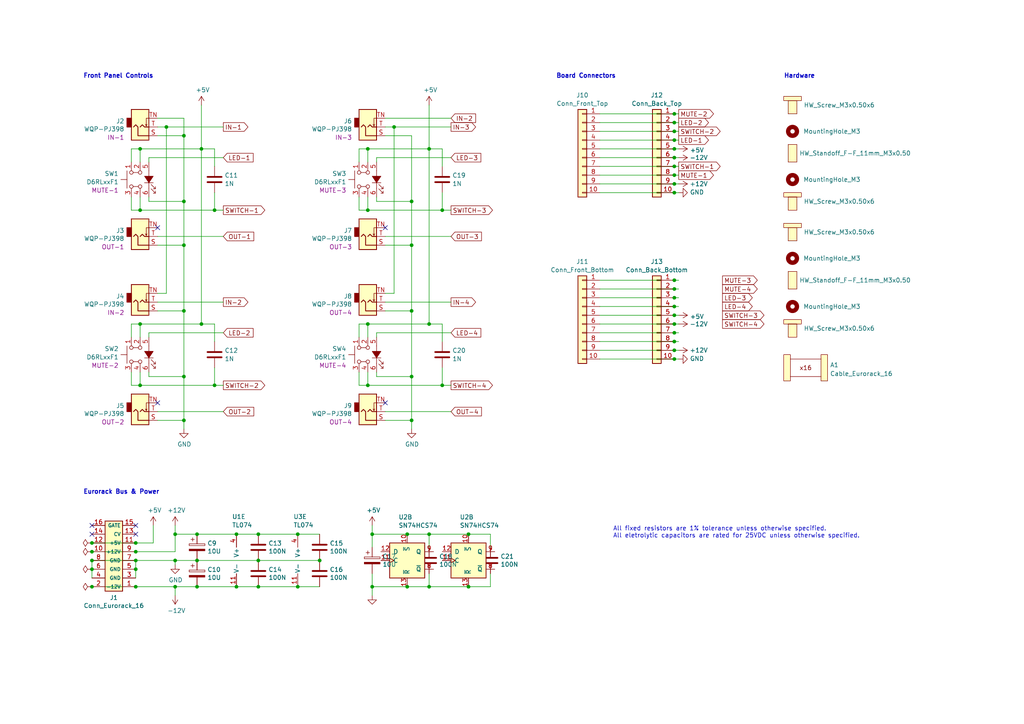
<source format=kicad_sch>
(kicad_sch (version 20230121) (generator eeschema)
  (paper "A4")
  (title_block (title "Switches - Front Panel & Power") (date "2023-10-12") (rev "1.0") (company "Len Popp") (comment 1 "Copyright © 2023 Len Popp CC BY") (comment 2 "Eurorack muting module module - 8HP"))
  (lib_symbols
    (symbol "-lmp-IC-misc:SN74HCS74" (pin_names (offset 1.016))
      (property "Reference" "U" (at -7.62 8.89 0))
      (property "Value" "SN74HCS74" (at -7.62 -8.89 0))
      (symbol "SN74HCS74_1_0"
        (pin input line (at 0 -7.62 90) (length 2.54) (name "~{R}") (number "1"))
        (pin input line (at -7.62 2.54 0) (length 2.54) (name "D") (number "2"))
        (pin input clock (at -7.62 0 0) (length 2.54) (name "C") (number "3"))
        (pin input line (at 0 7.62 270) (length 2.54) (name "~{S}") (number "4"))
        (pin output line (at 7.62 2.54 180) (length 2.54) (name "Q") (number "5"))
        (pin output line (at 7.62 -2.54 180) (length 2.54) (name "~{Q}") (number "6"))
      )
      (symbol "SN74HCS74_2_0"
        (pin input line (at 0 7.62 270) (length 2.54) (name "~{S}") (number "10"))
        (pin input clock (at -7.62 0 0) (length 2.54) (name "C") (number "11"))
        (pin input line (at -7.62 2.54 0) (length 2.54) (name "D") (number "12"))
        (pin input line (at 0 -7.62 90) (length 2.54) (name "~{R}") (number "13"))
        (pin output line (at 7.62 -2.54 180) (length 2.54) (name "~{Q}") (number "8"))
        (pin output line (at 7.62 2.54 180) (length 2.54) (name "Q") (number "9"))
      )
      (symbol "SN74HCS74_3_1"
        (pin power_in line (at 0 7.62 270) (length 2.54) (name "VDD") (number "14"))
        (pin power_in line (at 0 -7.62 90) (length 2.54) (name "VSS") (number "7"))
      )
    )
    (symbol "-lmp-holes:MountingHole_PCB_M3" (pin_names (offset 1.016)) (in_bom no)
      (property "Value" "MountingHole_PCB_M3" (at 0 3.175 0))
    )
    (symbol "-lmp-opamp:TL074" (pin_names (offset 0.127))
      (property "Reference" "U" (at 0 5.08 0))
      (property "Value" "TL074" (at 0 -5.08 0))
      (symbol "TL074_1_1"
        (pin output line (at 7.62 0 180) (length 2.54) (name "~") (number "1"))
        (pin input line (at -7.62 -2.54 0) (length 2.54) (name "-") (number "2"))
        (pin input line (at -7.62 2.54 0) (length 2.54) (name "+") (number "3"))
      )
      (symbol "TL074_2_1"
        (pin input line (at -7.62 2.54 0) (length 2.54) (name "+") (number "5"))
        (pin input line (at -7.62 -2.54 0) (length 2.54) (name "-") (number "6"))
        (pin output line (at 7.62 0 180) (length 2.54) (name "~") (number "7"))
      )
      (symbol "TL074_3_1"
        (pin input line (at -7.62 2.54 0) (length 2.54) (name "+") (number "10"))
        (pin output line (at 7.62 0 180) (length 2.54) (name "~") (number "8"))
        (pin input line (at -7.62 -2.54 0) (length 2.54) (name "-") (number "9"))
      )
      (symbol "TL074_4_1"
        (pin input line (at -7.62 2.54 0) (length 2.54) (name "+") (number "12"))
        (pin input line (at -7.62 -2.54 0) (length 2.54) (name "-") (number "13"))
        (pin output line (at 7.62 0 180) (length 2.54) (name "~") (number "14"))
      )
      (symbol "TL074_5_1"
        (pin power_in line (at -2.54 -7.62 90) (length 3.81) (name "V-") (number "11"))
        (pin power_in line (at -2.54 7.62 270) (length 3.81) (name "V+") (number "4"))
      )
    )
    (symbol "-lmp-power:+12V" (power) (pin_names (offset 0))
      (property "Value" "+12V" (at 0 3.556 0))
      (symbol "+12V_1_1"
        (pin power_in line (at 0 0 90) (length 0) hide (name "+12V") (number "1"))
      )
    )
    (symbol "-lmp-power:+5V" (power) (pin_names (offset 0))
      (property "Value" "+5V" (at 0 3.556 0))
      (symbol "+5V_1_1"
        (pin power_in line (at 0 0 90) (length 0) hide (name "+5V") (number "1"))
      )
    )
    (symbol "-lmp-power:-12V" (power) (pin_names (offset 0))
      (property "Value" "-12V" (at 0 -3.556 0))
      (symbol "-12V_1_1"
        (pin power_in line (at 0 0 270) (length 0) hide (name "-12V") (number "1"))
      )
    )
    (symbol "-lmp-power:GND" (power) (pin_names (offset 0))
      (property "Value" "GND" (at 0 -3.81 0))
      (symbol "GND_1_1"
        (pin power_in line (at 0 0 270) (length 0) hide (name "GND") (number "1"))
      )
    )
    (symbol "-lmp-power:PWR_FLAG" (power) (pin_numbers hide) (pin_names (offset 0) hide)
      (property "Value" "PWR_FLAG" (at 0 3.81 0))
      (symbol "PWR_FLAG_0_0"
        (pin power_out line (at 0 0 90) (length 0) (name "pwr") (number "1"))
      )
    )
    (symbol "-lmp-synth:CP_10U" (pin_numbers hide) (pin_names (offset 0.254))
      (property "Reference" "C" (at 0.635 2.54 0))
      (property "Value" "CP_10U" (at 0.635 -2.54 0))
      (symbol "CP_10U_1_1"
        (pin passive line (at 0 3.81 270) (length 2.794) (name "~") (number "1"))
        (pin passive line (at 0 -3.81 90) (length 2.794) (name "~") (number "2"))
      )
    )
    (symbol "-lmp-synth:Cable_Eurorack_16" (on_board no)
      (property "Reference" "A" (at 0 8.255 0))
      (property "Value" "Cable_Eurorack_16" (at 0 5.715 0))
      (symbol "Cable_Eurorack_16_0_0"
        (text "x16" (at 0 0 0) (effects (font (size 1.27 1.27))))
      )
    )
    (symbol "-lmp-synth:Conn_Eurorack_Pwr_16"
      (property "Reference" "J" (at 1.27 10.16 0))
      (property "Value" "Conn_Eurorack_Pwr_16" (at 1.27 -12.7 0))
      (symbol "Conn_Eurorack_Pwr_16_1_1"
        (pin power_in line (at 7.62 -10.16 180) (length 3.81) (name "-12V") (number "1"))
        (pin power_in line (at -5.08 0 0) (length 3.81) (name "~") (number "10"))
        (pin power_in line (at 7.62 2.54 180) (length 3.81) (name "+5V") (number "11"))
        (pin power_in line (at -5.08 2.54 0) (length 3.81) (name "~") (number "12"))
        (pin bidirectional line (at 7.62 5.08 180) (length 3.81) (name "CV") (number "13"))
        (pin bidirectional line (at -5.08 5.08 0) (length 3.81) (name "~") (number "14"))
        (pin bidirectional line (at 7.62 7.62 180) (length 3.81) (name "GATE") (number "15"))
        (pin bidirectional line (at -5.08 7.62 0) (length 3.81) (name "~") (number "16"))
        (pin power_in line (at -5.08 -10.16 0) (length 3.81) (name "~") (number "2"))
        (pin power_in line (at 7.62 -7.62 180) (length 3.81) (name "GND") (number "3"))
        (pin power_in line (at -5.08 -7.62 0) (length 3.81) (name "~") (number "4"))
        (pin power_in line (at 7.62 -5.08 180) (length 3.81) (name "GND") (number "5"))
        (pin power_in line (at -5.08 -5.08 0) (length 3.81) (name "~") (number "6"))
        (pin power_in line (at 7.62 -2.54 180) (length 3.81) (name "GND") (number "7"))
        (pin power_in line (at -5.08 -2.54 0) (length 3.81) (name "~") (number "8"))
        (pin power_in line (at 7.62 0 180) (length 3.81) (name "+12V") (number "9"))
      )
    )
    (symbol "-lmp-synth:HW_Screw_M3x0.50x6" (pin_names (offset 1.016)) (on_board no)
      (property "Value" "HW_Screw_M3x0.50x6" (at 0 -5.08 0))
    )
    (symbol "-lmp-synth:HW_Standoff_F-F_11mm_M3x0.50" (pin_names (offset 1.016)) (on_board no)
      (property "Value" "HW_Standoff_F-F_11mm_M3x0.50" (at 0 -3.81 0))
    )
    (symbol "-lmp-synth:Jack_WQP-PJ398"
      (property "Reference" "J" (at 0 10.033 0))
      (property "Value" "Jack_WQP-PJ398" (at 0 7.62 0))
      (property "Label" "[label]" (at 0 5.207 0))
      (symbol "Jack_WQP-PJ398_1_1"
        (pin passive line (at 5.08 2.54 180) (length 2.54) (name "~") (number "S"))
        (pin passive line (at 5.08 0 180) (length 2.54) (name "~") (number "T"))
        (pin passive line (at 5.08 -2.54 180) (length 2.54) (name "~") (number "TN"))
      )
    )
    (symbol "-lmp-synth:SW_Push_LED_C&K_D6R" (pin_names (offset 1.016) hide)
      (property "Reference" "SW" (at 0.635 5.715 0))
      (property "Value" "SW_Push_LED_C&K_D6R" (at -0.0508 -5.9182 0))
      (symbol "SW_Push_LED_C&K_D6R_0_1"
        (pin passive line (at -5.08 2.54 0) (length 2.54) (name "1") (number "1"))
        (pin passive line (at 5.08 2.54 180) (length 2.54) (name "3") (number "3"))
        (pin passive line (at -5.08 -2.54 0) (length 2.54) (name "A") (number "5"))
        (pin passive line (at 5.08 -2.54 180) (length 2.54) (name "K") (number "6"))
      )
      (symbol "SW_Push_LED_C&K_D6R_1_1"
        (pin passive line (at -5.08 0 0) (length 2.54) (name "2") (number "2"))
        (pin passive line (at 5.08 0 180) (length 2.54) (name "4") (number "4"))
      )
    )
    (symbol "-lmp:CC" (pin_numbers hide) (pin_names (offset 0.254))
      (property "Reference" "C" (at 0.635 2.54 0))
      (property "Value" "CC" (at 0.635 -2.54 0))
      (symbol "CC_1_1"
        (pin passive line (at 0 3.81 270) (length 2.794) (name "~") (number "1"))
        (pin passive line (at 0 -3.81 90) (length 2.794) (name "~") (number "2"))
      )
    )
    (symbol "-lmp:CC_100N" (pin_numbers hide) (pin_names (offset 0.254))
      (property "Reference" "C" (at 0.635 2.54 0))
      (property "Value" "CC_100N" (at 0.635 -2.54 0))
      (symbol "CC_100N_1_1"
        (pin passive line (at 0 3.81 270) (length 2.794) (name "~") (number "1"))
        (pin passive line (at 0 -3.81 90) (length 2.794) (name "~") (number "2"))
      )
    )
    (symbol "Connector_Generic:Conn_01x10" (pin_names (offset 1.016) hide)
      (property "Reference" "J" (at 0 12.7 0))
      (property "Value" "Conn_01x10" (at 0 -15.24 0))
      (symbol "Conn_01x10_1_1"
        (pin passive line (at -5.08 10.16 0) (length 3.81) (name "Pin_1") (number "1"))
        (pin passive line (at -5.08 -12.7 0) (length 3.81) (name "Pin_10") (number "10"))
        (pin passive line (at -5.08 7.62 0) (length 3.81) (name "Pin_2") (number "2"))
        (pin passive line (at -5.08 5.08 0) (length 3.81) (name "Pin_3") (number "3"))
        (pin passive line (at -5.08 2.54 0) (length 3.81) (name "Pin_4") (number "4"))
        (pin passive line (at -5.08 0 0) (length 3.81) (name "Pin_5") (number "5"))
        (pin passive line (at -5.08 -2.54 0) (length 3.81) (name "Pin_6") (number "6"))
        (pin passive line (at -5.08 -5.08 0) (length 3.81) (name "Pin_7") (number "7"))
        (pin passive line (at -5.08 -7.62 0) (length 3.81) (name "Pin_8") (number "8"))
        (pin passive line (at -5.08 -10.16 0) (length 3.81) (name "Pin_9") (number "9"))
      )
    )
    (symbol "GND_1" (power) (pin_numbers hide) (pin_names (offset 0) hide)
      (symbol "GND_1_1_1"
        (pin power_in line (at 0 0 270) (length 0) hide (name "GND") (number "1"))
      )
    )
    (symbol "HW_Standoff_F-F_11mm_M3x0.50_1" (pin_names (offset 1.016)) (on_board no)
      (property "Value" "HW_Standoff_F-F_11mm_M3x0.50_1" (at 0 -3.81 0))
    )
  )
  (junction (at 195.58 101.6))
  (junction (at 53.34 71.12))
  (junction (at 48.26 36.83))
  (junction (at 106.68 60.96))
  (junction (at 86.36 154.94))
  (junction (at 195.58 35.56))
  (junction (at 57.15 154.94))
  (junction (at 118.11 170.18))
  (junction (at 195.58 45.72))
  (junction (at 107.95 170.18))
  (junction (at 53.34 58.42))
  (junction (at 119.38 90.17))
  (junction (at 195.58 96.52))
  (junction (at 114.3 36.83))
  (junction (at 62.23 111.76))
  (junction (at 106.68 43.18))
  (junction (at 68.58 154.94))
  (junction (at 53.34 90.17))
  (junction (at 40.64 111.76))
  (junction (at 74.93 170.18))
  (junction (at 195.58 104.14))
  (junction (at 135.89 154.94))
  (junction (at 195.58 93.98))
  (junction (at 195.58 53.34))
  (junction (at 195.58 38.1))
  (junction (at 26.67 165.1))
  (junction (at 39.37 165.1))
  (junction (at 39.37 160.02))
  (junction (at 195.58 43.18))
  (junction (at 128.27 111.76))
  (junction (at 119.38 109.22))
  (junction (at 40.64 43.18))
  (junction (at 39.37 162.56))
  (junction (at 106.68 111.76))
  (junction (at 26.67 162.56))
  (junction (at 107.95 154.94))
  (junction (at 195.58 86.36))
  (junction (at 57.15 170.18))
  (junction (at 106.68 93.98))
  (junction (at 124.46 170.18))
  (junction (at 195.58 83.82))
  (junction (at 26.67 170.18))
  (junction (at 124.46 93.98))
  (junction (at 50.8 162.56))
  (junction (at 119.38 121.92))
  (junction (at 53.34 109.22))
  (junction (at 195.58 81.28))
  (junction (at 74.93 154.94))
  (junction (at 39.37 170.18))
  (junction (at 58.42 43.18))
  (junction (at 195.58 48.26))
  (junction (at 26.67 160.02))
  (junction (at 195.58 91.44))
  (junction (at 118.11 154.94))
  (junction (at 119.38 71.12))
  (junction (at 74.93 162.56))
  (junction (at 86.36 170.18))
  (junction (at 195.58 33.02))
  (junction (at 53.34 39.37))
  (junction (at 40.64 60.96))
  (junction (at 124.46 43.18))
  (junction (at 195.58 99.06))
  (junction (at 128.27 60.96))
  (junction (at 195.58 50.8))
  (junction (at 195.58 88.9))
  (junction (at 50.8 154.94))
  (junction (at 124.46 154.94))
  (junction (at 195.58 55.88))
  (junction (at 40.64 93.98))
  (junction (at 135.89 170.18))
  (junction (at 50.8 170.18))
  (junction (at 119.38 58.42))
  (junction (at 26.67 157.48))
  (junction (at 57.15 162.56))
  (junction (at 92.71 162.56))
  (junction (at 39.37 157.48))
  (junction (at 195.58 40.64))
  (junction (at 68.58 170.18))
  (junction (at 53.34 121.92))
  (junction (at 58.42 93.98))
  (junction (at 62.23 60.96))
  (no_connect (at 111.76 66.04))
  (no_connect (at 39.37 154.94))
  (no_connect (at 45.72 116.84))
  (no_connect (at 26.67 154.94))
  (no_connect (at 45.72 66.04))
  (no_connect (at 39.37 152.4))
  (no_connect (at 26.67 152.4))
  (no_connect (at 111.76 116.84))
  (wire (pts (xy 195.58 38.1) (xy 196.85 38.1)))
  (wire (pts (xy 53.34 39.37) (xy 53.34 58.42)))
  (wire (pts (xy 124.46 154.94) (xy 135.89 154.94)))
  (wire (pts (xy 50.8 170.18) (xy 57.15 170.18)))
  (wire (pts (xy 43.18 107.95) (xy 43.18 109.22)))
  (wire (pts (xy 195.58 99.06) (xy 196.85 99.06)))
  (wire (pts (xy 57.15 170.18) (xy 68.58 170.18)))
  (wire (pts (xy 53.34 124.46) (xy 53.34 121.92)))
  (wire (pts (xy 40.64 93.98) (xy 58.42 93.98)))
  (wire (pts (xy 128.27 111.76) (xy 130.81 111.76)))
  (wire (pts (xy 109.22 109.22) (xy 119.38 109.22)))
  (wire (pts (xy 104.14 111.76) (xy 106.68 111.76)))
  (wire (pts (xy 173.99 50.8) (xy 195.58 50.8)))
  (wire (pts (xy 40.64 111.76) (xy 62.23 111.76)))
  (wire (pts (xy 106.68 111.76) (xy 128.27 111.76)))
  (wire (pts (xy 119.38 124.46) (xy 119.38 121.92)))
  (wire (pts (xy 173.99 43.18) (xy 195.58 43.18)))
  (wire (pts (xy 173.99 40.64) (xy 195.58 40.64)))
  (wire (pts (xy 142.24 166.37) (xy 142.24 170.18)))
  (wire (pts (xy 50.8 162.56) (xy 50.8 163.83)))
  (wire (pts (xy 38.1 60.96) (xy 40.64 60.96)))
  (wire (pts (xy 142.24 154.94) (xy 142.24 158.75)))
  (wire (pts (xy 111.76 87.63) (xy 130.81 87.63)))
  (wire (pts (xy 111.76 34.29) (xy 130.81 34.29)))
  (wire (pts (xy 173.99 104.14) (xy 195.58 104.14)))
  (wire (pts (xy 118.11 154.94) (xy 124.46 154.94)))
  (wire (pts (xy 45.72 34.29) (xy 53.34 34.29)))
  (wire (pts (xy 50.8 162.56) (xy 39.37 162.56)))
  (wire (pts (xy 45.72 71.12) (xy 53.34 71.12)))
  (wire (pts (xy 173.99 53.34) (xy 195.58 53.34)))
  (wire (pts (xy 124.46 166.37) (xy 124.46 170.18)))
  (wire (pts (xy 109.22 45.72) (xy 109.22 46.99)))
  (wire (pts (xy 58.42 93.98) (xy 62.23 93.98)))
  (wire (pts (xy 39.37 167.64) (xy 39.37 165.1)))
  (wire (pts (xy 68.58 170.18) (xy 74.93 170.18)))
  (wire (pts (xy 38.1 43.18) (xy 40.64 43.18)))
  (wire (pts (xy 53.34 109.22) (xy 53.34 121.92)))
  (wire (pts (xy 109.22 57.15) (xy 109.22 58.42)))
  (wire (pts (xy 26.67 165.1) (xy 26.67 162.56)))
  (wire (pts (xy 195.58 35.56) (xy 196.85 35.56)))
  (wire (pts (xy 195.58 81.28) (xy 196.85 81.28)))
  (wire (pts (xy 104.14 60.96) (xy 104.14 57.15)))
  (wire (pts (xy 195.58 50.8) (xy 196.85 50.8)))
  (wire (pts (xy 173.99 88.9) (xy 195.58 88.9)))
  (wire (pts (xy 195.58 43.18) (xy 196.85 43.18)))
  (wire (pts (xy 173.99 83.82) (xy 195.58 83.82)))
  (wire (pts (xy 38.1 97.79) (xy 38.1 93.98)))
  (wire (pts (xy 124.46 93.98) (xy 128.27 93.98)))
  (wire (pts (xy 43.18 58.42) (xy 53.34 58.42)))
  (wire (pts (xy 57.15 162.56) (xy 74.93 162.56)))
  (wire (pts (xy 38.1 46.99) (xy 38.1 43.18)))
  (wire (pts (xy 114.3 85.09) (xy 114.3 36.83)))
  (wire (pts (xy 106.68 57.15) (xy 106.68 60.96)))
  (wire (pts (xy 173.99 91.44) (xy 195.58 91.44)))
  (wire (pts (xy 195.58 40.64) (xy 196.85 40.64)))
  (wire (pts (xy 45.72 68.58) (xy 64.77 68.58)))
  (wire (pts (xy 124.46 170.18) (xy 135.89 170.18)))
  (wire (pts (xy 128.27 60.96) (xy 130.81 60.96)))
  (wire (pts (xy 40.64 93.98) (xy 40.64 97.79)))
  (wire (pts (xy 38.1 111.76) (xy 40.64 111.76)))
  (wire (pts (xy 104.14 97.79) (xy 104.14 93.98)))
  (wire (pts (xy 45.72 119.38) (xy 64.77 119.38)))
  (wire (pts (xy 173.99 45.72) (xy 195.58 45.72)))
  (wire (pts (xy 195.58 91.44) (xy 196.85 91.44)))
  (wire (pts (xy 45.72 87.63) (xy 64.77 87.63)))
  (wire (pts (xy 106.68 60.96) (xy 128.27 60.96)))
  (wire (pts (xy 50.8 154.94) (xy 57.15 154.94)))
  (wire (pts (xy 111.76 39.37) (xy 119.38 39.37)))
  (wire (pts (xy 106.68 43.18) (xy 124.46 43.18)))
  (wire (pts (xy 173.99 35.56) (xy 195.58 35.56)))
  (wire (pts (xy 173.99 99.06) (xy 195.58 99.06)))
  (wire (pts (xy 114.3 36.83) (xy 130.81 36.83)))
  (wire (pts (xy 128.27 99.06) (xy 128.27 93.98)))
  (wire (pts (xy 124.46 158.75) (xy 124.46 154.94)))
  (wire (pts (xy 39.37 162.56) (xy 39.37 165.1)))
  (wire (pts (xy 173.99 93.98) (xy 195.58 93.98)))
  (wire (pts (xy 195.58 83.82) (xy 196.85 83.82)))
  (wire (pts (xy 107.95 152.4) (xy 107.95 154.94)))
  (wire (pts (xy 128.27 55.88) (xy 128.27 60.96)))
  (wire (pts (xy 111.76 119.38) (xy 130.81 119.38)))
  (wire (pts (xy 26.67 170.18) (xy 39.37 170.18)))
  (wire (pts (xy 195.58 93.98) (xy 196.85 93.98)))
  (wire (pts (xy 111.76 121.92) (xy 119.38 121.92)))
  (wire (pts (xy 173.99 86.36) (xy 195.58 86.36)))
  (wire (pts (xy 40.64 43.18) (xy 58.42 43.18)))
  (wire (pts (xy 173.99 48.26) (xy 195.58 48.26)))
  (wire (pts (xy 40.64 60.96) (xy 62.23 60.96)))
  (wire (pts (xy 53.34 58.42) (xy 53.34 71.12)))
  (wire (pts (xy 119.38 71.12) (xy 119.38 90.17)))
  (wire (pts (xy 119.38 39.37) (xy 119.38 58.42)))
  (wire (pts (xy 195.58 86.36) (xy 196.85 86.36)))
  (wire (pts (xy 62.23 99.06) (xy 62.23 93.98)))
  (wire (pts (xy 74.93 154.94) (xy 86.36 154.94)))
  (wire (pts (xy 45.72 85.09) (xy 48.26 85.09)))
  (wire (pts (xy 111.76 90.17) (xy 119.38 90.17)))
  (wire (pts (xy 62.23 60.96) (xy 64.77 60.96)))
  (wire (pts (xy 195.58 53.34) (xy 196.85 53.34)))
  (wire (pts (xy 119.38 90.17) (xy 119.38 109.22)))
  (wire (pts (xy 45.72 121.92) (xy 53.34 121.92)))
  (wire (pts (xy 45.72 39.37) (xy 53.34 39.37)))
  (wire (pts (xy 45.72 90.17) (xy 53.34 90.17)))
  (wire (pts (xy 53.34 71.12) (xy 53.34 90.17)))
  (wire (pts (xy 48.26 36.83) (xy 64.77 36.83)))
  (wire (pts (xy 111.76 71.12) (xy 119.38 71.12)))
  (wire (pts (xy 62.23 43.18) (xy 58.42 43.18)))
  (wire (pts (xy 58.42 93.98) (xy 58.42 43.18)))
  (wire (pts (xy 195.58 45.72) (xy 196.85 45.72)))
  (wire (pts (xy 45.72 36.83) (xy 48.26 36.83)))
  (wire (pts (xy 26.67 162.56) (xy 39.37 162.56)))
  (wire (pts (xy 135.89 170.18) (xy 142.24 170.18)))
  (wire (pts (xy 107.95 154.94) (xy 107.95 158.75)))
  (wire (pts (xy 86.36 170.18) (xy 92.71 170.18)))
  (wire (pts (xy 124.46 93.98) (xy 124.46 43.18)))
  (wire (pts (xy 64.77 45.72) (xy 43.18 45.72)))
  (wire (pts (xy 104.14 43.18) (xy 106.68 43.18)))
  (wire (pts (xy 106.68 107.95) (xy 106.68 111.76)))
  (wire (pts (xy 135.89 154.94) (xy 142.24 154.94)))
  (wire (pts (xy 74.93 162.56) (xy 92.71 162.56)))
  (wire (pts (xy 58.42 30.48) (xy 58.42 43.18)))
  (wire (pts (xy 173.99 38.1) (xy 195.58 38.1)))
  (wire (pts (xy 50.8 172.72) (xy 50.8 170.18)))
  (wire (pts (xy 195.58 33.02) (xy 196.85 33.02)))
  (wire (pts (xy 196.85 96.52) (xy 195.58 96.52)))
  (wire (pts (xy 40.64 107.95) (xy 40.64 111.76)))
  (wire (pts (xy 38.1 107.95) (xy 38.1 111.76)))
  (wire (pts (xy 38.1 57.15) (xy 38.1 60.96)))
  (wire (pts (xy 26.67 167.64) (xy 26.67 165.1)))
  (wire (pts (xy 173.99 101.6) (xy 195.58 101.6)))
  (wire (pts (xy 62.23 111.76) (xy 64.77 111.76)))
  (wire (pts (xy 173.99 81.28) (xy 195.58 81.28)))
  (wire (pts (xy 119.38 109.22) (xy 119.38 121.92)))
  (wire (pts (xy 195.58 104.14) (xy 196.85 104.14)))
  (wire (pts (xy 130.81 45.72) (xy 109.22 45.72)))
  (wire (pts (xy 107.95 154.94) (xy 118.11 154.94)))
  (wire (pts (xy 53.34 34.29) (xy 53.34 39.37)))
  (wire (pts (xy 53.34 90.17) (xy 53.34 109.22)))
  (wire (pts (xy 128.27 48.26) (xy 128.27 43.18)))
  (wire (pts (xy 195.58 101.6) (xy 196.85 101.6)))
  (wire (pts (xy 40.64 57.15) (xy 40.64 60.96)))
  (wire (pts (xy 109.22 58.42) (xy 119.38 58.42)))
  (wire (pts (xy 57.15 154.94) (xy 68.58 154.94)))
  (wire (pts (xy 195.58 55.88) (xy 196.85 55.88)))
  (wire (pts (xy 107.95 170.18) (xy 118.11 170.18)))
  (wire (pts (xy 106.68 43.18) (xy 106.68 46.99)))
  (wire (pts (xy 173.99 96.52) (xy 195.58 96.52)))
  (wire (pts (xy 64.77 96.52) (xy 43.18 96.52)))
  (wire (pts (xy 68.58 154.94) (xy 74.93 154.94)))
  (wire (pts (xy 39.37 160.02) (xy 26.67 160.02)))
  (wire (pts (xy 104.14 93.98) (xy 106.68 93.98)))
  (wire (pts (xy 43.18 45.72) (xy 43.18 46.99)))
  (wire (pts (xy 119.38 58.42) (xy 119.38 71.12)))
  (wire (pts (xy 106.68 93.98) (xy 106.68 97.79)))
  (wire (pts (xy 128.27 106.68) (xy 128.27 111.76)))
  (wire (pts (xy 62.23 55.88) (xy 62.23 60.96)))
  (wire (pts (xy 111.76 36.83) (xy 114.3 36.83)))
  (wire (pts (xy 107.95 170.18) (xy 107.95 172.72)))
  (wire (pts (xy 111.76 68.58) (xy 130.81 68.58)))
  (wire (pts (xy 195.58 88.9) (xy 196.85 88.9)))
  (wire (pts (xy 118.11 170.18) (xy 124.46 170.18)))
  (wire (pts (xy 74.93 170.18) (xy 86.36 170.18)))
  (wire (pts (xy 195.58 48.26) (xy 196.85 48.26)))
  (wire (pts (xy 44.45 157.48) (xy 39.37 157.48)))
  (wire (pts (xy 48.26 85.09) (xy 48.26 36.83)))
  (wire (pts (xy 104.14 60.96) (xy 106.68 60.96)))
  (wire (pts (xy 50.8 160.02) (xy 39.37 160.02)))
  (wire (pts (xy 106.68 93.98) (xy 124.46 93.98)))
  (wire (pts (xy 173.99 33.02) (xy 195.58 33.02)))
  (wire (pts (xy 44.45 152.4) (xy 44.45 157.48)))
  (wire (pts (xy 130.81 96.52) (xy 109.22 96.52)))
  (wire (pts (xy 111.76 85.09) (xy 114.3 85.09)))
  (wire (pts (xy 124.46 30.48) (xy 124.46 43.18)))
  (wire (pts (xy 104.14 107.95) (xy 104.14 111.76)))
  (wire (pts (xy 128.27 43.18) (xy 124.46 43.18)))
  (wire (pts (xy 43.18 109.22) (xy 53.34 109.22)))
  (wire (pts (xy 104.14 46.99) (xy 104.14 43.18)))
  (wire (pts (xy 38.1 93.98) (xy 40.64 93.98)))
  (wire (pts (xy 43.18 96.52) (xy 43.18 97.79)))
  (wire (pts (xy 107.95 166.37) (xy 107.95 170.18)))
  (wire (pts (xy 43.18 57.15) (xy 43.18 58.42)))
  (wire (pts (xy 50.8 154.94) (xy 50.8 160.02)))
  (wire (pts (xy 26.67 157.48) (xy 39.37 157.48)))
  (wire (pts (xy 62.23 48.26) (xy 62.23 43.18)))
  (wire (pts (xy 173.99 55.88) (xy 195.58 55.88)))
  (wire (pts (xy 62.23 106.68) (xy 62.23 111.76)))
  (wire (pts (xy 40.64 43.18) (xy 40.64 46.99)))
  (wire (pts (xy 109.22 107.95) (xy 109.22 109.22)))
  (wire (pts (xy 50.8 170.18) (xy 39.37 170.18)))
  (wire (pts (xy 109.22 96.52) (xy 109.22 97.79)))
  (wire (pts (xy 86.36 154.94) (xy 92.71 154.94)))
  (wire (pts (xy 50.8 154.94) (xy 50.8 152.4)))
  (wire (pts (xy 50.8 162.56) (xy 57.15 162.56)))
  (text "Hardware" (at 227.33 22.86 0) (effects (font (size 1.27 1.27) (thickness 0.254) bold) (justify left bottom)))
  (text "All fixed resistors are 1% tolerance unless otherwise specified.\nAll eletrolytic capacitors are rated for 25VDC unless otherwise specified." (at 177.8 156.21 0) (effects (font (size 1.27 1.27)) (justify left bottom)))
  (text "Front Panel Controls" (at 24.13 22.86 0) (effects (font (size 1.27 1.27) (thickness 0.254) bold) (justify left bottom)))
  (text "Board Connectors" (at 161.29 22.86 0) (effects (font (size 1.27 1.27) (thickness 0.254) bold) (justify left bottom)))
  (text "Eurorack Bus & Power" (at 24.13 143.51 0) (effects (font (size 1.27 1.27) (thickness 0.254) bold) (justify left bottom)))
  (global_label "OUT-2" (shape input) (at 64.77 119.38 0) (property "Intersheetrefs" "${INTERSHEET_REFS}" (effects hide)))
  (global_label "IN-1" (shape output) (at 64.77 36.83 0) (property "Intersheetrefs" "${INTERSHEET_REFS}" (effects hide)))
  (global_label "IN-2" (shape input) (at 130.81 34.29 0) (property "Intersheetrefs" "${INTERSHEET_REFS}" (effects hide)))
  (global_label "MUTE-4" (shape output) (at 209.55 83.82 0) (property "Intersheetrefs" "${INTERSHEET_REFS}" (effects hide)))
  (global_label "SWITCH-2" (shape output) (at 196.85 38.1 0) (property "Intersheetrefs" "${INTERSHEET_REFS}" (effects hide)))
  (global_label "OUT-4" (shape input) (at 130.81 119.38 0) (property "Intersheetrefs" "${INTERSHEET_REFS}" (effects hide)))
  (global_label "MUTE-3" (shape output) (at 209.55 81.28 0) (property "Intersheetrefs" "${INTERSHEET_REFS}" (effects hide)))
  (global_label "SWITCH-4" (shape output) (at 130.81 111.76 0) (property "Intersheetrefs" "${INTERSHEET_REFS}" (effects hide)))
  (global_label "LED-4" (shape output) (at 209.55 88.9 0) (property "Intersheetrefs" "${INTERSHEET_REFS}" (effects hide)))
  (global_label "LED-2" (shape output) (at 196.85 35.56 0) (property "Intersheetrefs" "${INTERSHEET_REFS}" (effects hide)))
  (global_label "LED-3" (shape output) (at 209.55 86.36 0) (property "Intersheetrefs" "${INTERSHEET_REFS}" (effects hide)))
  (global_label "MUTE-1" (shape output) (at 196.85 50.8 0) (property "Intersheetrefs" "${INTERSHEET_REFS}" (effects hide)))
  (global_label "LED-3" (shape input) (at 130.81 45.72 0) (property "Intersheetrefs" "${INTERSHEET_REFS}" (effects hide)))
  (global_label "LED-2" (shape input) (at 64.77 96.52 0) (property "Intersheetrefs" "${INTERSHEET_REFS}" (effects hide)))
  (global_label "IN-4" (shape output) (at 130.81 87.63 0) (property "Intersheetrefs" "${INTERSHEET_REFS}" (effects hide)))
  (global_label "IN-3" (shape output) (at 130.81 36.83 0) (property "Intersheetrefs" "${INTERSHEET_REFS}" (effects hide)))
  (global_label "IN-2" (shape output) (at 64.77 87.63 0) (property "Intersheetrefs" "${INTERSHEET_REFS}" (effects hide)))
  (global_label "SWITCH-4" (shape output) (at 209.55 93.98 0) (property "Intersheetrefs" "${INTERSHEET_REFS}" (effects hide)))
  (global_label "SWITCH-3" (shape output) (at 209.55 91.44 0) (property "Intersheetrefs" "${INTERSHEET_REFS}" (effects hide)))
  (global_label "LED-1" (shape input) (at 64.77 45.72 0) (property "Intersheetrefs" "${INTERSHEET_REFS}" (effects hide)))
  (global_label "MUTE-2" (shape output) (at 196.85 33.02 0) (property "Intersheetrefs" "${INTERSHEET_REFS}" (effects hide)))
  (global_label "SWITCH-2" (shape output) (at 64.77 111.76 0) (property "Intersheetrefs" "${INTERSHEET_REFS}" (effects hide)))
  (global_label "SWITCH-3" (shape output) (at 130.81 60.96 0) (property "Intersheetrefs" "${INTERSHEET_REFS}" (effects hide)))
  (global_label "SWITCH-1" (shape output) (at 64.77 60.96 0) (property "Intersheetrefs" "${INTERSHEET_REFS}" (effects hide)))
  (global_label "OUT-1" (shape input) (at 64.77 68.58 0) (property "Intersheetrefs" "${INTERSHEET_REFS}" (effects hide)))
  (global_label "LED-1" (shape output) (at 196.85 40.64 0) (property "Intersheetrefs" "${INTERSHEET_REFS}" (effects hide)))
  (global_label "SWITCH-1" (shape output) (at 196.85 48.26 0) (property "Intersheetrefs" "${INTERSHEET_REFS}" (effects hide)))
  (global_label "OUT-3" (shape input) (at 130.81 68.58 0) (property "Intersheetrefs" "${INTERSHEET_REFS}" (effects hide)))
  (global_label "LED-4" (shape input) (at 130.81 96.52 0) (property "Intersheetrefs" "${INTERSHEET_REFS}" (effects hide)))
  (symbol (lib_id "Connector_Generic:Conn_01x10") (at 168.91 43.18 0) (mirror y) (unit 1)
    (property "Reference" "J10" (at 168.91 27.6057 0))
    (property "Value" "Conn_Front_Top" (at 168.91 30.0299 0))
    (property "Footprint" "Connector_PinSocket_2.54mm:PinSocket_1x10_P2.54mm_Vertical" (effects hide))
    (property "Distributor" "Adafruit" (effects hide))
    (property "Distributor2" "Mouser" (effects hide))
    (property "DistributorPartLink" "https://www.adafruit.com/product/598" (effects hide))
    (property "DistributorPartLink2" "https://www.mouser.ca/ProductDetail/Wurth-Elektronik/61303211821?qs=ZtY9WdtwX55M%2FH%2FSrHZ9xA%3D%3D" (effects hide))
    (property "DistributorPartNum" "598" (effects hide))
    (property "DistributorPartNum2" "710-61303211821" (effects hide))
  )
  (symbol (lib_id "Connector_Generic:Conn_01x10") (at 190.5 43.18 0) (mirror y) (unit 1)
    (property "Reference" "J12" (at 190.5 27.6057 0))
    (property "Value" "Conn_Back_Top" (at 190.5 30.0299 0))
    (property "Footprint" "Connector_PinHeader_2.54mm:PinHeader_1x10_P2.54mm_Vertical" (effects hide))
    (property "Distributor" "Adafruit" (effects hide))
    (property "Distributor2" "Mouser" (effects hide))
    (property "DistributorPartLink" "https://www.adafruit.com/product/392" (effects hide))
    (property "DistributorPartLink2" "https://www.mouser.ca/ProductDetail/649-1012937893601BLF" (effects hide))
    (property "DistributorPartNum" "392" (effects hide))
    (property "DistributorPartNum2" "649-1012937893601BLF" (effects hide))
  )
  (symbol (lib_id "Connector_Generic:Conn_01x10") (at 168.91 91.44 0) (mirror y) (unit 1)
    (property "Reference" "J11" (at 168.91 75.8657 0))
    (property "Value" "Conn_Front_Bottom" (at 168.91 78.2899 0))
    (property "Footprint" "Connector_PinSocket_2.54mm:PinSocket_1x10_P2.54mm_Vertical" (effects hide))
    (property "Distributor" "Adafruit" (effects hide))
    (property "Distributor2" "Mouser" (effects hide))
    (property "DistributorPartLink" "https://www.adafruit.com/product/598" (effects hide))
    (property "DistributorPartLink2" "https://www.mouser.ca/ProductDetail/Wurth-Elektronik/61303211821?qs=ZtY9WdtwX55M%2FH%2FSrHZ9xA%3D%3D" (effects hide))
    (property "DistributorPartNum" "598" (effects hide))
    (property "DistributorPartNum2" "710-61303211821" (effects hide))
  )
  (symbol (lib_id "Connector_Generic:Conn_01x10") (at 190.5 91.44 0) (mirror y) (unit 1)
    (property "Reference" "J13" (at 190.5 75.8657 0))
    (property "Value" "Conn_Back_Bottom" (at 190.5 78.2899 0))
    (property "Footprint" "Connector_PinHeader_2.54mm:PinHeader_1x10_P2.54mm_Vertical" (effects hide))
    (property "Distributor" "Adafruit" (effects hide))
    (property "Distributor2" "Mouser" (effects hide))
    (property "DistributorPartLink" "https://www.adafruit.com/product/392" (effects hide))
    (property "DistributorPartLink2" "https://www.mouser.ca/ProductDetail/649-1012937893601BLF" (effects hide))
    (property "DistributorPartNum" "392" (effects hide))
    (property "DistributorPartNum2" "649-1012937893601BLF" (effects hide))
  )
  (symbol (lib_id "-lmp-synth:Conn_Eurorack_Pwr_16") (at 31.75 160.02 0) (unit 1)
    (property "Reference" "J1" (at 33.02 173.355 0))
    (property "Value" "Conn_Eurorack_16" (at 33.02 175.6664 0))
    (property "Footprint" "-lmp-synth:IDC-Header-Eurorack-16-TH" (effects hide))
    (property "Datasheet" "https://www.mouser.ca/datasheet/2/445/61201621621-1717735.pdf" (effects hide))
    (property "Manufacturer" "Wurth Elektronik" (effects hide))
    (property "ManufacturerPartNum" "61201621621" (effects hide))
    (property "Distributor" "Mouser" (effects hide))
    (property "DistributorPartNum" "710-61201621621" (effects hide))
    (property "DistributorPartLink" "https://www.mouser.ca/ProductDetail/Wurth-Elektronik/61201621621?qs=ZtY9WdtwX55qFf4n3EFuaA%3D%3D" (effects hide))
  )
  (symbol (lib_id "-lmp-power:PWR_FLAG") (at 26.67 160.02 90) (unit 1)
    (property "Reference" "#FLG02" (effects hide))
    (property "Value" "PWR_FLAG" (effects hide))
  )
  (symbol (lib_id "-lmp-power:PWR_FLAG") (at 26.67 165.1 90) (unit 1)
    (property "Reference" "#FLG03" (effects hide))
    (property "Value" "PWR_FLAG" (effects hide))
  )
  (symbol (lib_id "-lmp-power:PWR_FLAG") (at 26.67 170.18 90) (unit 1)
    (property "Reference" "#FLG04" (effects hide))
    (property "Value" "PWR_FLAG" (effects hide))
  )
  (symbol (lib_id "-lmp-synth:CP_10U") (at 57.15 158.75 0) (unit 1)
    (property "Reference" "C9" (at 60.1472 157.5816 0) (effects (justify left)))
    (property "Value" "10U" (at 60.1472 159.893 0) (effects (justify left)))
    (property "Footprint" "-lmp-misc:CP_Radial_D5.0mm_P2.50mm" (effects hide))
    (property "Datasheet" "https://www.mouser.ca/datasheet/2/315/ABA0000C1059-947582.pdf" (effects hide))
    (property "Manufacturer" "Panasonic" (effects hide))
    (property "ManufacturerPartNum" "ECE-A1VKS100I" (effects hide))
    (property "Distributor" "Mouser" (effects hide))
    (property "DistributorPartNum" "667-ECE-A1VKS100I" (effects hide))
    (property "DistributorPartLink" "https://www.mouser.ca/ProductDetail/667-ECE-A1VKS100I" (effects hide))
    (property "Value2" "35 VDC" (effects hide))
    (property "Note" "12 V decoupling" (effects hide))
    (property "Distributor2" "Thonk" (effects hide))
    (property "DistributorPartNum2" "Group_Eurorack_DIY_Essential" (effects hide))
    (property "DistributorPartLink2" "https://www.thonk.co.uk/shop/eurorack-diy-essentials/" (effects hide))
  )
  (symbol (lib_id "-lmp-synth:CP_10U") (at 57.15 166.37 0) (unit 1)
    (property "Reference" "C10" (at 60.1472 165.2016 0) (effects (justify left)))
    (property "Value" "10U" (at 60.1472 167.513 0) (effects (justify left)))
    (property "Footprint" "-lmp-misc:CP_Radial_D5.0mm_P2.50mm" (effects hide))
    (property "Datasheet" "https://www.mouser.ca/datasheet/2/315/ABA0000C1059-947582.pdf" (effects hide))
    (property "Manufacturer" "Panasonic" (effects hide))
    (property "ManufacturerPartNum" "ECE-A1VKS100I" (effects hide))
    (property "Distributor" "Mouser" (effects hide))
    (property "DistributorPartNum" "667-ECE-A1VKS100I" (effects hide))
    (property "DistributorPartLink" "https://www.mouser.ca/ProductDetail/667-ECE-A1VKS100I" (effects hide))
    (property "Value2" "35 VDC" (effects hide))
    (property "Note" "12 V decoupling" (effects hide))
    (property "Distributor2" "Thonk" (effects hide))
    (property "DistributorPartNum2" "Group_Eurorack_DIY_Essential" (effects hide))
    (property "DistributorPartLink2" "https://www.thonk.co.uk/shop/eurorack-diy-essentials/" (effects hide))
  )
  (symbol (lib_id "-lmp-power:GND") (at 50.8 163.83 0) (unit 1)
    (property "Reference" "#PWR043" (effects hide))
    (property "Value" "GND" (at 50.927 168.2242 0))
  )
  (symbol (lib_id "-lmp-power:+12V") (at 50.8 152.4 0) (unit 1)
    (property "Reference" "#PWR042" (effects hide))
    (property "Value" "+12V" (at 51.181 148.0058 0))
  )
  (symbol (lib_id "-lmp-power:-12V") (at 50.8 172.72 0) (unit 1)
    (property "Reference" "#PWR044" (effects hide))
    (property "Value" "-12V" (at 51.181 177.1142 0))
  )
  (symbol (lib_id "-lmp-power:+5V") (at 107.95 152.4 0) (unit 1)
    (property "Reference" "#PWR047" (effects hide))
    (property "Value" "+5V" (at 108.331 148.0058 0))
  )
  (symbol (lib_id "-lmp-synth:Jack_WQP-PJ398") (at 40.64 36.83 0) (mirror x) (unit 1)
    (property "Reference" "J2" (at 36.068 35.1282 0) (effects (justify right)))
    (property "Value" "WQP-PJ398" (at 36.068 37.4396 0) (effects (justify right)))
    (property "Footprint" "-lmp-synth:Jack_3.5mm_QingPu_WQP-PJ398SM_Vertical" (effects hide))
    (property "Datasheet" "http://www.qingpu-electronics.com/en/products/WQP-PJ398SM-362.html" (effects hide))
    (property "Label" "IN-1" (at 36.068 39.878 0) (effects (justify right)))
    (property "Manufacturer" "QingPu / Thonk" (effects hide))
    (property "ManufacturerPartNum" "PJ398SM / WQP518MA" (effects hide))
    (property "Distributor" "Thonk" (effects hide))
    (property "DistributorPartNum" "PJ398SM" (effects hide))
    (property "DistributorPartLink" "https://www.thonk.co.uk/shop/thonkiconn/" (effects hide))
    (property "Distributor2" "SynthCube" (effects hide))
    (property "Distributor3" "Adafruit" (effects hide))
    (property "DistributorPartLink2" "https://synthcube.com/cart/3-5mm-euro-jacks" (effects hide))
    (property "DistributorPartLink3" "https://www.adafruit.com/product/4031" (effects hide))
    (property "DistributorPartNum2" "WQP518MA" (effects hide))
    (property "DistributorPartNum3" "4031" (effects hide))
  )
  (symbol (lib_id "-lmp-synth:Jack_WQP-PJ398") (at 40.64 87.63 0) (mirror x) (unit 1)
    (property "Reference" "J4" (at 36.068 85.9282 0) (effects (justify right)))
    (property "Value" "WQP-PJ398" (at 36.068 88.2396 0) (effects (justify right)))
    (property "Footprint" "-lmp-synth:Jack_3.5mm_QingPu_WQP-PJ398SM_Vertical" (effects hide))
    (property "Datasheet" "http://www.qingpu-electronics.com/en/products/WQP-PJ398SM-362.html" (effects hide))
    (property "Label" "IN-2" (at 36.068 90.678 0) (effects (justify right)))
    (property "Manufacturer" "QingPu / Thonk" (effects hide))
    (property "ManufacturerPartNum" "PJ398SM / WQP518MA" (effects hide))
    (property "Distributor" "Thonk" (effects hide))
    (property "DistributorPartNum" "PJ398SM" (effects hide))
    (property "DistributorPartLink" "https://www.thonk.co.uk/shop/thonkiconn/" (effects hide))
    (property "Distributor2" "SynthCube" (effects hide))
    (property "Distributor3" "Adafruit" (effects hide))
    (property "DistributorPartLink2" "https://synthcube.com/cart/3-5mm-euro-jacks" (effects hide))
    (property "DistributorPartLink3" "https://www.adafruit.com/product/4031" (effects hide))
    (property "DistributorPartNum2" "WQP518MA" (effects hide))
    (property "DistributorPartNum3" "4031" (effects hide))
  )
  (symbol (lib_id "-lmp-synth:Jack_WQP-PJ398") (at 106.68 68.58 0) (mirror x) (unit 1)
    (property "Reference" "J7" (at 102.108 66.8782 0) (effects (justify right)))
    (property "Value" "WQP-PJ398" (at 102.108 69.1896 0) (effects (justify right)))
    (property "Footprint" "-lmp-synth:Jack_3.5mm_QingPu_WQP-PJ398SM_Vertical" (effects hide))
    (property "Datasheet" "http://www.qingpu-electronics.com/en/products/WQP-PJ398SM-362.html" (effects hide))
    (property "Label" "OUT-3" (at 102.108 71.628 0) (effects (justify right)))
    (property "Manufacturer" "QingPu / Thonk" (effects hide))
    (property "ManufacturerPartNum" "PJ398SM / WQP518MA" (effects hide))
    (property "Distributor" "Thonk" (effects hide))
    (property "DistributorPartNum" "PJ398SM" (effects hide))
    (property "DistributorPartLink" "https://www.thonk.co.uk/shop/thonkiconn/" (effects hide))
    (property "Distributor2" "SynthCube" (effects hide))
    (property "Distributor3" "Adafruit" (effects hide))
    (property "DistributorPartLink2" "https://synthcube.com/cart/3-5mm-euro-jacks" (effects hide))
    (property "DistributorPartLink3" "https://www.adafruit.com/product/4031" (effects hide))
    (property "DistributorPartNum2" "WQP518MA" (effects hide))
    (property "DistributorPartNum3" "4031" (effects hide))
  )
  (symbol (lib_id "-lmp-synth:Jack_WQP-PJ398") (at 106.68 119.38 0) (mirror x) (unit 1)
    (property "Reference" "J9" (at 102.108 117.6782 0) (effects (justify right)))
    (property "Value" "WQP-PJ398" (at 102.108 119.9896 0) (effects (justify right)))
    (property "Footprint" "-lmp-synth:Jack_3.5mm_QingPu_WQP-PJ398SM_Vertical" (effects hide))
    (property "Datasheet" "http://www.qingpu-electronics.com/en/products/WQP-PJ398SM-362.html" (effects hide))
    (property "Label" "OUT-4" (at 102.108 122.428 0) (effects (justify right)))
    (property "Manufacturer" "QingPu / Thonk" (effects hide))
    (property "ManufacturerPartNum" "PJ398SM / WQP518MA" (effects hide))
    (property "Distributor" "Thonk" (effects hide))
    (property "DistributorPartNum" "PJ398SM" (effects hide))
    (property "DistributorPartLink" "https://www.thonk.co.uk/shop/thonkiconn/" (effects hide))
    (property "Distributor2" "SynthCube" (effects hide))
    (property "Distributor3" "Adafruit" (effects hide))
    (property "DistributorPartLink2" "https://synthcube.com/cart/3-5mm-euro-jacks" (effects hide))
    (property "DistributorPartLink3" "https://www.adafruit.com/product/4031" (effects hide))
    (property "DistributorPartNum2" "WQP518MA" (effects hide))
    (property "DistributorPartNum3" "4031" (effects hide))
  )
  (symbol (lib_id "-lmp:CC_100N") (at 74.93 158.75 0) (unit 1)
    (property "Reference" "C13" (at 77.851 157.5816 0) (effects (justify left)))
    (property "Value" "100N" (at 77.851 159.893 0) (effects (justify left)))
    (property "Footprint" "-lmp-misc:C_Disc_D5.0mm_W2.5mm_P2.50mm" (effects hide))
    (property "Datasheet" "https://product.tdk.com/system/files/dam/doc/product/capacitor/ceramic/lead-mlcc/catalog/leadmlcc_halogenfree_fg_en.pdf" (effects hide))
    (property "Manufacturer" "TDK" (effects hide))
    (property "ManufacturerPartNum" "FG18X7R1H104KNT06" (effects hide))
    (property "Distributor" "Mouser" (effects hide))
    (property "DistributorPartNum" "810-FG18X7R1H104KNT6" (effects hide))
    (property "DistributorPartLink" "https://www.mouser.ca/ProductDetail/810-FG18X7R1H104KNT6" (effects hide))
    (property "Note" "IC decoupling" (effects hide))
  )
  (symbol (lib_id "-lmp:CC_100N") (at 74.93 166.37 0) (unit 1)
    (property "Reference" "C14" (at 77.851 165.2016 0) (effects (justify left)))
    (property "Value" "100N" (at 77.851 167.513 0) (effects (justify left)))
    (property "Footprint" "-lmp-misc:C_Disc_D5.0mm_W2.5mm_P2.50mm" (effects hide))
    (property "Datasheet" "https://product.tdk.com/system/files/dam/doc/product/capacitor/ceramic/lead-mlcc/catalog/leadmlcc_halogenfree_fg_en.pdf" (effects hide))
    (property "Manufacturer" "TDK" (effects hide))
    (property "ManufacturerPartNum" "FG18X7R1H104KNT06" (effects hide))
    (property "Distributor" "Mouser" (effects hide))
    (property "DistributorPartNum" "810-FG18X7R1H104KNT6" (effects hide))
    (property "DistributorPartLink" "https://www.mouser.ca/ProductDetail/810-FG18X7R1H104KNT6" (effects hide))
    (property "Note" "IC decoupling" (effects hide))
  )
  (symbol (lib_id "-lmp-power:+5V") (at 44.45 152.4 0) (unit 1)
    (property "Reference" "#PWR041" (effects hide))
    (property "Value" "+5V" (at 44.831 148.0058 0))
  )
  (symbol (lib_id "-lmp-power:PWR_FLAG") (at 26.67 157.48 90) (unit 1)
    (property "Reference" "#FLG01" (effects hide))
    (property "Value" "PWR_FLAG" (effects hide))
  )
  (symbol (lib_id "-lmp-synth:CP_10U") (at 107.95 162.56 0) (unit 1)
    (property "Reference" "C17" (at 110.9472 161.3916 0) (effects (justify left)))
    (property "Value" "10U" (at 110.9472 163.703 0) (effects (justify left)))
    (property "Footprint" "-lmp-misc:CP_Radial_D5.0mm_P2.50mm" (effects hide))
    (property "Datasheet" "https://www.mouser.ca/datasheet/2/315/ABA0000C1059-947582.pdf" (effects hide))
    (property "Manufacturer" "Panasonic" (effects hide))
    (property "ManufacturerPartNum" "ECE-A1VKS100I" (effects hide))
    (property "Distributor" "Mouser" (effects hide))
    (property "DistributorPartNum" "667-ECE-A1VKS100I" (effects hide))
    (property "DistributorPartLink" "https://www.mouser.ca/ProductDetail/667-ECE-A1VKS100I" (effects hide))
    (property "Value2" "35 VDC" (effects hide))
    (property "Note" "12 V decoupling" (effects hide))
    (property "Distributor2" "Thonk" (effects hide))
    (property "DistributorPartNum2" "Group_Eurorack_DIY_Essential" (effects hide))
    (property "DistributorPartLink2" "https://www.thonk.co.uk/shop/eurorack-diy-essentials/" (effects hide))
  )
  (symbol (lib_id "-lmp-holes:MountingHole_PCB_M3") (at 229.87 38.1 0) (unit 1) (in_bom no)
    (property "Reference" "H2" (effects hide))
    (property "Value" "MountingHole_M3" (at 241.3 38.1 0))
    (property "Footprint" "-lmp-holes:MountingHole_PCB_3.2mm_M3" (effects hide))
  )
  (symbol (lib_id "-lmp-holes:MountingHole_PCB_M3") (at 229.87 74.93 0) (unit 1) (in_bom no)
    (property "Reference" "H7" (effects hide))
    (property "Value" "MountingHole_M3" (at 241.3 74.93 0))
    (property "Footprint" "-lmp-holes:MountingHole_PCB_3.2mm_M3" (effects hide))
  )
  (symbol (lib_id "-lmp-holes:MountingHole_PCB_M3") (at 229.87 88.9 0) (unit 1) (in_bom no)
    (property "Reference" "H9" (effects hide))
    (property "Value" "MountingHole_M3" (at 241.3 88.9 0))
    (property "Footprint" "-lmp-holes:MountingHole_PCB_3.2mm_M3" (effects hide))
  )
  (symbol (lib_id "-lmp-holes:MountingHole_PCB_M3") (at 229.87 52.07 0) (unit 1) (in_bom no)
    (property "Reference" "H4" (effects hide))
    (property "Value" "MountingHole_M3" (at 241.3 52.07 0))
    (property "Footprint" "-lmp-holes:MountingHole_PCB_3.2mm_M3" (effects hide))
  )
  (symbol (lib_name "GND_1") (lib_id "-lmp-power:GND") (at 107.95 172.72 0) (unit 1)
    (property "Reference" "#PWR048" (effects hide))
    (property "Value" "GND" (effects hide))
  )
  (symbol (lib_id "-lmp-power:+5V") (at 196.85 43.18 270) (unit 1)
    (property "Reference" "#PWR051" (effects hide))
    (property "Value" "+5V" (at 200.1012 43.561 90) (effects (justify left)))
  )
  (symbol (lib_id "-lmp-power:GND") (at 196.85 104.14 90) (unit 1)
    (property "Reference" "#PWR052" (effects hide))
    (property "Value" "GND" (at 200.1012 104.013 90) (effects (justify right)))
  )
  (symbol (lib_id "-lmp-synth:Jack_WQP-PJ398") (at 40.64 68.58 0) (mirror x) (unit 1)
    (property "Reference" "J3" (at 36.068 66.8782 0) (effects (justify right)))
    (property "Value" "WQP-PJ398" (at 36.068 69.1896 0) (effects (justify right)))
    (property "Footprint" "-lmp-synth:Jack_3.5mm_QingPu_WQP-PJ398SM_Vertical" (effects hide))
    (property "Datasheet" "http://www.qingpu-electronics.com/en/products/WQP-PJ398SM-362.html" (effects hide))
    (property "Label" "OUT-1" (at 36.068 71.628 0) (effects (justify right)))
    (property "Manufacturer" "QingPu / Thonk" (effects hide))
    (property "ManufacturerPartNum" "PJ398SM / WQP518MA" (effects hide))
    (property "Distributor" "Thonk" (effects hide))
    (property "DistributorPartNum" "PJ398SM" (effects hide))
    (property "DistributorPartLink" "https://www.thonk.co.uk/shop/thonkiconn/" (effects hide))
    (property "Distributor2" "SynthCube" (effects hide))
    (property "Distributor3" "Adafruit" (effects hide))
    (property "DistributorPartLink2" "https://synthcube.com/cart/3-5mm-euro-jacks" (effects hide))
    (property "DistributorPartLink3" "https://www.adafruit.com/product/4031" (effects hide))
    (property "DistributorPartNum2" "WQP518MA" (effects hide))
    (property "DistributorPartNum3" "4031" (effects hide))
  )
  (symbol (lib_id "-lmp-synth:Jack_WQP-PJ398") (at 40.64 119.38 0) (mirror x) (unit 1)
    (property "Reference" "J5" (at 36.068 117.6782 0) (effects (justify right)))
    (property "Value" "WQP-PJ398" (at 36.068 119.9896 0) (effects (justify right)))
    (property "Footprint" "-lmp-synth:Jack_3.5mm_QingPu_WQP-PJ398SM_Vertical" (effects hide))
    (property "Datasheet" "http://www.qingpu-electronics.com/en/products/WQP-PJ398SM-362.html" (effects hide))
    (property "Label" "OUT-2" (at 36.068 122.428 0) (effects (justify right)))
    (property "Manufacturer" "QingPu / Thonk" (effects hide))
    (property "ManufacturerPartNum" "PJ398SM / WQP518MA" (effects hide))
    (property "Distributor" "Thonk" (effects hide))
    (property "DistributorPartNum" "PJ398SM" (effects hide))
    (property "DistributorPartLink" "https://www.thonk.co.uk/shop/thonkiconn/" (effects hide))
    (property "Distributor2" "SynthCube" (effects hide))
    (property "Distributor3" "Adafruit" (effects hide))
    (property "DistributorPartLink2" "https://synthcube.com/cart/3-5mm-euro-jacks" (effects hide))
    (property "DistributorPartLink3" "https://www.adafruit.com/product/4031" (effects hide))
    (property "DistributorPartNum2" "WQP518MA" (effects hide))
    (property "DistributorPartNum3" "4031" (effects hide))
  )
  (symbol (lib_name "HW_Standoff_F-F_11mm_M3x0.50_1") (lib_id "-lmp-synth:HW_Standoff_F-F_11mm_M3x0.50") (at 229.87 44.45 0) (unit 1) (on_board no)
    (property "Reference" "H3" (effects hide))
    (property "Value" "HW_Standoff_F-F_11mm_M3x0.50" (at 231.8512 44.45 0) (effects (justify left)))
    (property "Datasheet" "https://www.thonk.co.uk/wp-content/uploads/2018/05/standoff-datasheet.pdf" (effects hide))
    (property "Distributor" "Thonk" (effects hide))
    (property "DistributorPartNum" "Mech_11mm_Standoff_(x10)" (effects hide))
    (property "DistributorPartLink" "https://www.thonk.co.uk/shop/standoffs/" (effects hide))
    (property "Manufacturer" "Ettinger" (effects hide))
    (property "ManufacturerPartNum" "05.03.111" (effects hide))
    (property "Distributor2" "Mouser" (effects hide))
    (property "DistributorPartNum2" "710-970110321" (effects hide))
    (property "DistributorPartLink2" "https://www.mouser.ca/ProductDetail/Wurth-Elektronik/970110321?qs=wr8lucFkNMUs0IWSCWTB3w%3D%3D" (effects hide))
    (property "Distributor3" "Mouser" (effects hide))
    (property "DistributorPartNum3" "144-MTS-11" (effects hide))
    (property "DistributorPartLink3" "https://www.mouser.ca/ProductDetail/144-MTS-11" (effects hide))
  )
  (symbol (lib_id "-lmp-synth:Jack_WQP-PJ398") (at 106.68 36.83 0) (mirror x) (unit 1)
    (property "Reference" "J6" (at 102.108 35.1282 0) (effects (justify right)))
    (property "Value" "WQP-PJ398" (at 102.108 37.4396 0) (effects (justify right)))
    (property "Footprint" "-lmp-synth:Jack_3.5mm_QingPu_WQP-PJ398SM_Vertical" (effects hide))
    (property "Datasheet" "http://www.qingpu-electronics.com/en/products/WQP-PJ398SM-362.html" (effects hide))
    (property "Label" "IN-3" (at 102.108 39.878 0) (effects (justify right)))
    (property "Manufacturer" "QingPu / Thonk" (effects hide))
    (property "ManufacturerPartNum" "PJ398SM / WQP518MA" (effects hide))
    (property "Distributor" "Thonk" (effects hide))
    (property "DistributorPartNum" "PJ398SM" (effects hide))
    (property "DistributorPartLink" "https://www.thonk.co.uk/shop/thonkiconn/" (effects hide))
    (property "Distributor2" "SynthCube" (effects hide))
    (property "Distributor3" "Adafruit" (effects hide))
    (property "DistributorPartLink2" "https://synthcube.com/cart/3-5mm-euro-jacks" (effects hide))
    (property "DistributorPartLink3" "https://www.adafruit.com/product/4031" (effects hide))
    (property "DistributorPartNum2" "WQP518MA" (effects hide))
    (property "DistributorPartNum3" "4031" (effects hide))
  )
  (symbol (lib_id "-lmp-synth:Jack_WQP-PJ398") (at 106.68 87.63 0) (mirror x) (unit 1)
    (property "Reference" "J8" (at 102.108 85.9282 0) (effects (justify right)))
    (property "Value" "WQP-PJ398" (at 102.108 88.2396 0) (effects (justify right)))
    (property "Footprint" "-lmp-synth:Jack_3.5mm_QingPu_WQP-PJ398SM_Vertical" (effects hide))
    (property "Datasheet" "http://www.qingpu-electronics.com/en/products/WQP-PJ398SM-362.html" (effects hide))
    (property "Label" "OUT-4" (at 102.108 90.678 0) (effects (justify right)))
    (property "Manufacturer" "QingPu / Thonk" (effects hide))
    (property "ManufacturerPartNum" "PJ398SM / WQP518MA" (effects hide))
    (property "Distributor" "Thonk" (effects hide))
    (property "DistributorPartNum" "PJ398SM" (effects hide))
    (property "DistributorPartLink" "https://www.thonk.co.uk/shop/thonkiconn/" (effects hide))
    (property "Distributor2" "SynthCube" (effects hide))
    (property "Distributor3" "Adafruit" (effects hide))
    (property "DistributorPartLink2" "https://synthcube.com/cart/3-5mm-euro-jacks" (effects hide))
    (property "DistributorPartLink3" "https://www.adafruit.com/product/4031" (effects hide))
    (property "DistributorPartNum2" "WQP518MA" (effects hide))
    (property "DistributorPartNum3" "4031" (effects hide))
  )
  (symbol (lib_id "-lmp-synth:HW_Screw_M3x0.50x6") (at 229.87 30.48 0) (unit 1) (on_board no)
    (property "Reference" "H1" (effects hide))
    (property "Value" "HW_Screw_M3x0.50x6" (at 233.1212 30.48 0) (effects (justify left)))
  )
  (symbol (lib_id "-lmp-synth:HW_Screw_M3x0.50x6") (at 229.87 67.31 0) (unit 1) (on_board no)
    (property "Reference" "H6" (effects hide))
    (property "Value" "HW_Screw_M3x0.50x6" (at 233.1212 67.31 0) (effects (justify left)))
  )
  (symbol (lib_id "-lmp-synth:HW_Screw_M3x0.50x6") (at 229.87 95.25 0) (unit 1) (on_board no)
    (property "Reference" "H10" (effects hide))
    (property "Value" "HW_Screw_M3x0.50x6" (at 233.1212 95.25 0) (effects (justify left)))
  )
  (symbol (lib_id "-lmp-synth:HW_Screw_M3x0.50x6") (at 229.87 58.42 0) (unit 1) (on_board no)
    (property "Reference" "H5" (effects hide))
    (property "Value" "HW_Screw_M3x0.50x6" (at 233.1212 58.42 0) (effects (justify left)))
  )
  (symbol (lib_id "-lmp-power:+5V") (at 58.42 30.48 0) (unit 1)
    (property "Reference" "#PWR046" (effects hide))
    (property "Value" "+5V" (at 58.801 26.0858 0))
  )
  (symbol (lib_id "-lmp-power:GND") (at 53.34 124.46 0) (unit 1)
    (property "Reference" "#PWR045" (effects hide))
    (property "Value" "GND" (at 53.467 128.8542 0))
  )
  (symbol (lib_id "-lmp-opamp:TL074") (at 71.12 162.56 0) (unit 5)
    (property "Reference" "U1" (at 67.31 149.86 0) (effects (justify left)))
    (property "Value" "TL074" (at 67.31 152.2842 0) (effects (justify left)))
    (property "Footprint" "Package_DIP:DIP-14_W7.62mm" (effects hide))
    (property "Datasheet" "http://www.ti.com/lit/ds/symlink/tl071.pdf" (effects hide))
    (property "Manufacturer" "Texas Instruments" (effects hide))
    (property "ManufacturerPartNum" "TL074BCN" (effects hide))
    (property "Distributor" "Mouser" (effects hide))
    (property "DistributorPartNum" "595-TL074BCN" (effects hide))
    (property "DistributorPartLink" "https://www.mouser.ca/ProductDetail/?qs=vxEfx8VrU7BHurOY5iQdiA%3D%3D" (effects hide))
  )
  (symbol (lib_id "-lmp-opamp:TL074") (at 88.9 162.56 0) (unit 5)
    (property "Reference" "U3" (at 85.09 149.86 0) (effects (justify left)))
    (property "Value" "TL074" (at 85.09 152.2842 0) (effects (justify left)))
    (property "Footprint" "Package_DIP:DIP-14_W7.62mm" (effects hide))
    (property "Datasheet" "http://www.ti.com/lit/ds/symlink/tl071.pdf" (effects hide))
    (property "Manufacturer" "Texas Instruments" (effects hide))
    (property "ManufacturerPartNum" "TL074BCN" (effects hide))
    (property "Distributor" "Mouser" (effects hide))
    (property "DistributorPartNum" "595-TL074BCN" (effects hide))
    (property "DistributorPartLink" "https://www.mouser.ca/ProductDetail/?qs=vxEfx8VrU7BHurOY5iQdiA%3D%3D" (effects hide))
  )
  (symbol (lib_id "-lmp-synth:HW_Standoff_F-F_11mm_M3x0.50") (at 229.87 81.28 0) (unit 1) (on_board no)
    (property "Reference" "H8" (effects hide))
    (property "Value" "HW_Standoff_F-F_11mm_M3x0.50" (at 231.8512 81.28 0) (effects (justify left)))
    (property "Datasheet" "https://www.thonk.co.uk/wp-content/uploads/2018/05/standoff-datasheet.pdf" (effects hide))
    (property "Distributor" "Thonk" (effects hide))
    (property "DistributorPartNum" "Mech_11mm_Standoff_(x10)" (effects hide))
    (property "DistributorPartLink" "https://www.thonk.co.uk/shop/standoffs/" (effects hide))
    (property "Manufacturer" "Ettinger" (effects hide))
    (property "ManufacturerPartNum" "05.03.111" (effects hide))
    (property "Distributor2" "Mouser" (effects hide))
    (property "DistributorPartNum2" "710-970110321" (effects hide))
    (property "DistributorPartLink2" "https://www.mouser.ca/ProductDetail/Wurth-Elektronik/970110321?qs=wr8lucFkNMUs0IWSCWTB3w%3D%3D" (effects hide))
    (property "Distributor3" "Mouser" (effects hide))
    (property "DistributorPartNum3" "144-MTS-11" (effects hide))
    (property "DistributorPartLink3" "https://www.mouser.ca/ProductDetail/144-MTS-11" (effects hide))
  )
  (symbol (lib_id "-lmp-synth:SW_Push_LED_C&K_D6R") (at 106.68 102.87 90) (mirror x) (unit 1)
    (property "Reference" "SW4" (at 100.4571 101.157 90) (effects (justify left)))
    (property "Value" "D6RLxxF1" (at 100.4571 103.5812 90) (effects (justify left)))
    (property "Footprint" "-lmp-synth:SW_Push_LED_C&K_D6R" (effects hide))
    (property "Datasheet" "https://www.mouser.ca/datasheet/2/60/d6-1382571.pdf" (effects hide))
    (property "Manufacturer" "C&K" (effects hide))
    (property "ManufacturerPartNum" "D6RLBUF1 LFS" (effects hide))
    (property "Distributor" "Mouser" (effects hide))
    (property "DistributorPartNum" "611-D6RLBUF1LFS" (effects hide))
    (property "DistributorPartLink" "https://www.mouser.co.uk/ProductDetail/CK/D6RLBUF1-LFS?qs=zW32dvEIR3uFcmnP%2FjXwsQ%3D%3D" (effects hide))
    (property "Label" "MUTE-4" (at 100.4571 106.0054 90) (effects (justify left)))
  )
  (symbol (lib_id "-lmp-power:GND") (at 119.38 124.46 0) (unit 1)
    (property "Reference" "#PWR049" (effects hide))
    (property "Value" "GND" (at 119.507 128.8542 0))
  )
  (symbol (lib_id "-lmp-synth:SW_Push_LED_C&K_D6R") (at 106.68 52.07 90) (mirror x) (unit 1)
    (property "Reference" "SW3" (at 100.4571 50.357 90) (effects (justify left)))
    (property "Value" "D6RLxxF1" (at 100.4571 52.7812 90) (effects (justify left)))
    (property "Footprint" "-lmp-synth:SW_Push_LED_C&K_D6R" (effects hide))
    (property "Datasheet" "https://www.mouser.ca/datasheet/2/60/d6-1382571.pdf" (effects hide))
    (property "Manufacturer" "C&K" (effects hide))
    (property "ManufacturerPartNum" "D6RLBUF1 LFS" (effects hide))
    (property "Distributor" "Mouser" (effects hide))
    (property "DistributorPartNum" "611-D6RLBUF1LFS" (effects hide))
    (property "DistributorPartLink" "https://www.mouser.co.uk/ProductDetail/CK/D6RLBUF1-LFS?qs=zW32dvEIR3uFcmnP%2FjXwsQ%3D%3D" (effects hide))
    (property "Label" "MUTE-3" (at 100.4571 55.2054 90) (effects (justify left)))
  )
  (symbol (lib_id "-lmp:CC") (at 128.27 102.87 0) (unit 1)
    (property "Reference" "C20" (at 131.191 101.6579 0) (effects (justify left)))
    (property "Value" "1N" (at 131.191 104.0821 0) (effects (justify left)))
    (property "Footprint" "-lmp-misc:C_Disc_D5.0mm_W2.5mm_P2.50mm" (effects hide))
  )
  (symbol (lib_id "-lmp-power:+5V") (at 196.85 91.44 270) (unit 1)
    (property "Reference" "#PWR057" (effects hide))
    (property "Value" "+5V" (at 200.1012 91.821 90) (effects (justify left)))
  )
  (symbol (lib_id "-lmp-synth:SW_Push_LED_C&K_D6R") (at 40.64 52.07 90) (mirror x) (unit 1)
    (property "Reference" "SW1" (at 34.4171 50.357 90) (effects (justify left)))
    (property "Value" "D6RLxxF1" (at 34.4171 52.7812 90) (effects (justify left)))
    (property "Footprint" "-lmp-synth:SW_Push_LED_C&K_D6R" (effects hide))
    (property "Datasheet" "https://www.mouser.ca/datasheet/2/60/d6-1382571.pdf" (effects hide))
    (property "Manufacturer" "C&K" (effects hide))
    (property "ManufacturerPartNum" "D6RLBUF1 LFS" (effects hide))
    (property "Distributor" "Mouser" (effects hide))
    (property "DistributorPartNum" "611-D6RLBUF1LFS" (effects hide))
    (property "DistributorPartLink" "https://www.mouser.co.uk/ProductDetail/CK/D6RLBUF1-LFS?qs=zW32dvEIR3uFcmnP%2FjXwsQ%3D%3D" (effects hide))
    (property "Label" "MUTE-1" (at 34.4171 55.2054 90) (effects (justify left)))
  )
  (symbol (lib_id "-lmp-synth:Cable_Eurorack_16") (at 233.68 106.68 0) (unit 1) (on_board no)
    (property "Reference" "A1" (at 240.7412 105.8453 0) (effects (justify left)))
    (property "Value" "Cable_Eurorack_16" (at 240.7412 108.3822 0) (effects (justify left)))
    (property "Footprint" "-lmp-misc:NoFootprint" (effects hide))
    (property "Note" "Length as required" (effects hide))
    (property "Distributor" "Thonk" (effects hide))
    (property "DistributorPartLink" "https://www.thonk.co.uk/shop/eurorack-power-cables/" (effects hide))
    (property "Distributor2" "SynthCube" (effects hide))
    (property "DistributorPartLink2" "https://synthcube.com/cart/eurorack-ribbon-power-cables" (effects hide))
    (property "Distributor3" "Modular Addict" (effects hide))
    (property "DistributorPartLink3" "https://modularaddict.com/parts/eurorack-power-cables-1" (effects hide))
  )
  (symbol (lib_id "-lmp-power:+12V") (at 196.85 53.34 270) (unit 1)
    (property "Reference" "#PWR056" (effects hide))
    (property "Value" "+12V" (at 200.025 53.34 90) (effects (justify left)))
  )
  (symbol (lib_id "-lmp-power:+5V") (at 124.46 30.48 0) (unit 1)
    (property "Reference" "#PWR050" (effects hide))
    (property "Value" "+5V" (at 124.841 26.0858 0))
  )
  (symbol (lib_id "-lmp:CC_100N") (at 92.71 166.37 0) (unit 1)
    (property "Reference" "C16" (at 95.631 165.2016 0) (effects (justify left)))
    (property "Value" "100N" (at 95.631 167.513 0) (effects (justify left)))
    (property "Footprint" "-lmp-misc:C_Disc_D5.0mm_W2.5mm_P2.50mm" (effects hide))
    (property "Datasheet" "https://product.tdk.com/system/files/dam/doc/product/capacitor/ceramic/lead-mlcc/catalog/leadmlcc_halogenfree_fg_en.pdf" (effects hide))
    (property "Manufacturer" "TDK" (effects hide))
    (property "ManufacturerPartNum" "FG18X7R1H104KNT06" (effects hide))
    (property "Distributor" "Mouser" (effects hide))
    (property "DistributorPartNum" "810-FG18X7R1H104KNT6" (effects hide))
    (property "DistributorPartLink" "https://www.mouser.ca/ProductDetail/810-FG18X7R1H104KNT6" (effects hide))
    (property "Note" "IC decoupling" (effects hide))
  )
  (symbol (lib_id "-lmp:CC") (at 128.27 52.07 0) (unit 1)
    (property "Reference" "C19" (at 131.191 50.8579 0) (effects (justify left)))
    (property "Value" "1N" (at 131.191 53.2821 0) (effects (justify left)))
    (property "Footprint" "-lmp-misc:C_Disc_D5.0mm_W2.5mm_P2.50mm" (effects hide))
  )
  (symbol (lib_id "-lmp:CC") (at 62.23 52.07 0) (unit 1)
    (property "Reference" "C11" (at 65.151 50.8579 0) (effects (justify left)))
    (property "Value" "1N" (at 65.151 53.2821 0) (effects (justify left)))
    (property "Footprint" "-lmp-misc:C_Disc_D5.0mm_W2.5mm_P2.50mm" (effects hide))
  )
  (symbol (lib_id "-lmp-power:-12V") (at 196.85 93.98 90) (unit 1)
    (property "Reference" "#PWR053" (effects hide))
    (property "Value" "-12V" (at 200.025 93.98 90) (effects (justify right)))
  )
  (symbol (lib_id "-lmp:CC_100N") (at 142.24 162.56 0) (unit 1)
    (property "Reference" "C21" (at 145.161 161.3916 0) (effects (justify left)))
    (property "Value" "100N" (at 145.161 163.703 0) (effects (justify left)))
    (property "Footprint" "-lmp-misc:C_Disc_D5.0mm_W2.5mm_P2.50mm" (effects hide))
    (property "Datasheet" "https://product.tdk.com/system/files/dam/doc/product/capacitor/ceramic/lead-mlcc/catalog/leadmlcc_halogenfree_fg_en.pdf" (effects hide))
    (property "Manufacturer" "TDK" (effects hide))
    (property "ManufacturerPartNum" "FG18X7R1H104KNT06" (effects hide))
    (property "Distributor" "Mouser" (effects hide))
    (property "DistributorPartNum" "810-FG18X7R1H104KNT6" (effects hide))
    (property "DistributorPartLink" "https://www.mouser.ca/ProductDetail/810-FG18X7R1H104KNT6" (effects hide))
    (property "Note" "IC decoupling" (effects hide))
  )
  (symbol (lib_id "-lmp:CC") (at 62.23 102.87 0) (unit 1)
    (property "Reference" "C12" (at 65.151 101.6579 0) (effects (justify left)))
    (property "Value" "1N" (at 65.151 104.0821 0) (effects (justify left)))
    (property "Footprint" "-lmp-misc:C_Disc_D5.0mm_W2.5mm_P2.50mm" (effects hide))
  )
  (symbol (lib_id "-lmp:CC_100N") (at 124.46 162.56 0) (unit 1)
    (property "Reference" "C18" (at 127.381 161.3916 0) (effects (justify left)))
    (property "Value" "100N" (at 127.381 163.703 0) (effects (justify left)))
    (property "Footprint" "-lmp-misc:C_Disc_D5.0mm_W2.5mm_P2.50mm" (effects hide))
    (property "Datasheet" "https://product.tdk.com/system/files/dam/doc/product/capacitor/ceramic/lead-mlcc/catalog/leadmlcc_halogenfree_fg_en.pdf" (effects hide))
    (property "Manufacturer" "TDK" (effects hide))
    (property "ManufacturerPartNum" "FG18X7R1H104KNT06" (effects hide))
    (property "Distributor" "Mouser" (effects hide))
    (property "DistributorPartNum" "810-FG18X7R1H104KNT6" (effects hide))
    (property "DistributorPartLink" "https://www.mouser.ca/ProductDetail/810-FG18X7R1H104KNT6" (effects hide))
    (property "Note" "IC decoupling" (effects hide))
  )
  (symbol (lib_id "-lmp-power:-12V") (at 196.85 45.72 90) (unit 1)
    (property "Reference" "#PWR054" (effects hide))
    (property "Value" "-12V" (at 200.025 45.72 90) (effects (justify right)))
  )
  (symbol (lib_id "-lmp-power:GND") (at 196.85 55.88 90) (unit 1)
    (property "Reference" "#PWR058" (effects hide))
    (property "Value" "GND" (at 200.1012 55.753 90) (effects (justify right)))
  )
  (symbol (lib_id "-lmp-IC-misc:SN74HCS74") (at 118.11 162.56 0) (unit 2)
    (property "Reference" "U2" (at 115.57 149.9758 0) (effects (justify left)))
    (property "Value" "SN74HCS74" (at 115.57 152.4 0) (effects (justify left)))
    (property "Footprint" "Package_SO:SOIC-14_3.9x8.7mm_P1.27mm" (effects hide))
    (property "Datasheet" "https://www.ti.com/lit/ds/symlink/sn74hcs74.pdf" (effects hide))
    (property "Manufacturer" "Texas Instruments" (effects hide))
    (property "ManufacturerPartNum" "SN74HCS74DR" (effects hide))
    (property "Distributor" "Mouser" (effects hide))
    (property "DistributorPartNum" "595-SN74HCS74DR" (effects hide))
    (property "DistributorPartLink" "https://www.mouser.ca/ProductDetail/Texas-Instruments/SN74HCS74DR?qs=TiOZkKH1s2QvGxo75w4r5Q%3D%3D" (effects hide))
    (instances (project "Switches" (path "" (reference "U2") (unit 2)) (path "" (reference "U4") (unit 2)) (path "" (reference "U2") (unit 3))) (project "prototype" (path "" (reference "U2") (unit 2))))
  )
  (symbol (lib_id "-lmp-power:+12V") (at 196.85 101.6 270) (unit 1)
    (property "Reference" "#PWR055" (effects hide))
    (property "Value" "+12V" (at 200.025 101.6 90) (effects (justify left)))
  )
  (symbol (lib_id "-lmp-synth:SW_Push_LED_C&K_D6R") (at 40.64 102.87 90) (mirror x) (unit 1)
    (property "Reference" "SW2" (at 34.4171 101.157 90) (effects (justify left)))
    (property "Value" "D6RLxxF1" (at 34.4171 103.5812 90) (effects (justify left)))
    (property "Footprint" "-lmp-synth:SW_Push_LED_C&K_D6R" (effects hide))
    (property "Datasheet" "https://www.mouser.ca/datasheet/2/60/d6-1382571.pdf" (effects hide))
    (property "Manufacturer" "C&K" (effects hide))
    (property "ManufacturerPartNum" "D6RLBUF1 LFS" (effects hide))
    (property "Distributor" "Mouser" (effects hide))
    (property "DistributorPartNum" "611-D6RLBUF1LFS" (effects hide))
    (property "DistributorPartLink" "https://www.mouser.co.uk/ProductDetail/CK/D6RLBUF1-LFS?qs=zW32dvEIR3uFcmnP%2FjXwsQ%3D%3D" (effects hide))
    (property "Label" "MUTE-2" (at 34.4171 106.0054 90) (effects (justify left)))
  )
  (symbol (lib_id "-lmp:CC_100N") (at 92.71 158.75 0) (unit 1)
    (property "Reference" "C15" (at 95.631 157.5816 0) (effects (justify left)))
    (property "Value" "100N" (at 95.631 159.893 0) (effects (justify left)))
    (property "Footprint" "-lmp-misc:C_Disc_D5.0mm_W2.5mm_P2.50mm" (effects hide))
    (property "Datasheet" "https://product.tdk.com/system/files/dam/doc/product/capacitor/ceramic/lead-mlcc/catalog/leadmlcc_halogenfree_fg_en.pdf" (effects hide))
    (property "Manufacturer" "TDK" (effects hide))
    (property "ManufacturerPartNum" "FG18X7R1H104KNT06" (effects hide))
    (property "Distributor" "Mouser" (effects hide))
    (property "DistributorPartNum" "810-FG18X7R1H104KNT6" (effects hide))
    (property "DistributorPartLink" "https://www.mouser.ca/ProductDetail/810-FG18X7R1H104KNT6" (effects hide))
    (property "Note" "IC decoupling" (effects hide))
  )
  (symbol (lib_id "-lmp-IC-misc:SN74HCS74") (at 135.89 162.56 0) (unit 2)
    (property "Reference" "U2" (at 133.35 149.9758 0) (effects (justify left)))
    (property "Value" "SN74HCS74" (at 133.35 152.4 0) (effects (justify left)))
    (property "Footprint" "Package_SO:SOIC-14_3.9x8.7mm_P1.27mm" (effects hide))
    (property "Datasheet" "https://www.ti.com/lit/ds/symlink/sn74hcs74.pdf" (effects hide))
    (property "Manufacturer" "Texas Instruments" (effects hide))
    (property "ManufacturerPartNum" "SN74HCS74DR" (effects hide))
    (property "Distributor" "Mouser" (effects hide))
    (property "DistributorPartNum" "595-SN74HCS74DR" (effects hide))
    (property "DistributorPartLink" "https://www.mouser.ca/ProductDetail/Texas-Instruments/SN74HCS74DR?qs=TiOZkKH1s2QvGxo75w4r5Q%3D%3D" (effects hide))
    (instances (project "Switches" (path "" (reference "U2") (unit 2)) (path "" (reference "U4") (unit 2)) (path "" (reference "U4") (unit 3))) (project "prototype" (path "" (reference "U2") (unit 2))))
  )
)
</source>
